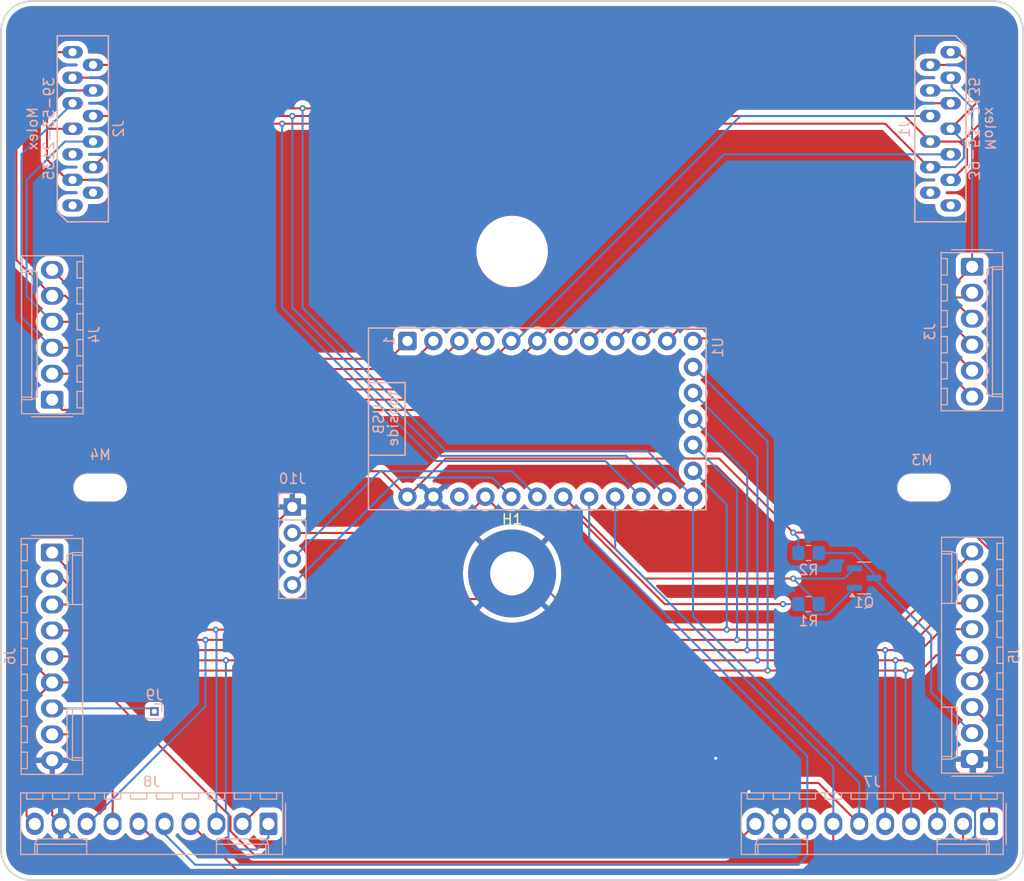
<source format=kicad_pcb>
(kicad_pcb (version 20241229) (generator "pcbnew") (generator_version "9.0")
  (layers (0 "F.Cu" signal) (2 "B.Cu" signal) (13 "F.Paste" user) (15 "B.Paste" user) (5 "F.SilkS" user "F.Silkscreen") (7 "B.SilkS" user "B.Silkscreen") (1 "F.Mask" user) (3 "B.Mask" user) (25 "Edge.Cuts" user))
  (net 0 "")
  (net 1 "GND")
  (net 2 "/COL_4")
  (net 3 "/COL_3")
  (net 4 "/COL_5")
  (net 5 "/ROW_5")
  (net 6 "/ROW_4")
  (net 7 "/COL_2")
  (net 8 "/COL_1")
  (net 9 "/ROW_6")
  (net 10 "/ROW_F2")
  (net 11 "/ROW_3")
  (net 12 "/ROW_2")
  (net 13 "/ROW_1")
  (net 14 "/COL_6")
  (net 15 "+5V")
  (net 16 "/ROW_F1")
  (net 22 "/COL_14")
  (net 23 "/DIN_KEY_LEFT")
  (net 24 "/COL_13")
  (net 25 "/DIN_THUMB_LEFT")
  (net 26 "/DIN_THUMB_RIGHT")
  (net 27 "/DOUT_KEY_LEFT")
  (net 28 "/DIN_KEY_RIGHT")
  (net 29 "/COL_8")
  (net 30 "/COL_10")
  (net 31 "/COL_7")
  (net 32 "/COL_11")
  (net 33 "/COL_9")
  (net 34 "/COL_12")
  (net 35 "+3V3")
  (net 36 "/SDA0")
  (net 37 "/DOUT_KEY_3V3")
  (net 39 "/SCL0")
  (footprint "MountingHole:MountingHole_4.3mm_M4_Pad" (layer "F.Cu") (at 119 115.5)
    (property "Reference" "H1" (at 0 -5.3 0) (layer "F.SilkS"))
    (property "Value" "mounting pad")
    (pad "1" thru_hole circle (at 0 0) (size 8.6 8.6) (drill 4.3) (layers "*.Cu" "*.Mask") (net 1 "GND"))
  )
  (footprint "Connector_Molex:Molex_KK-254_AE-6410-10A_1x10_P2.54mm_Vertical" (layer "B.Cu") (at 95.16 140 180)
    (property "Reference" "J8" (at 11.43 4.12 0) (layer "B.SilkS") (effects (justify mirror)))
    (property "Value" "Conn_01x10_Pin")
    (pad "1" thru_hole roundrect (at 0 0 180) (size 1.74 2.19) (drill 1.19) (layers "*.Cu" "*.Mask") (roundrect_rratio 0.143678) (net 12 "/ROW_2"))
    (pad "2" thru_hole oval (at 2.54 0 180) (size 1.74 2.19) (drill 1.19) (layers "*.Cu" "*.Mask") (net 9 "/ROW_6"))
    (pad "3" thru_hole oval (at 5.08 0 180) (size 1.74 2.19) (drill 1.19) (layers "*.Cu" "*.Mask") (net 5 "/ROW_5"))
    (pad "4" thru_hole oval (at 7.62 0 180) (size 1.74 2.19) (drill 1.19) (layers "*.Cu" "*.Mask") (net 24 "/COL_13"))
    (pad "5" thru_hole oval (at 10.16 0 180) (size 1.74 2.19) (drill 1.19) (layers "*.Cu" "*.Mask") (net 22 "/COL_14"))
    (pad "6" thru_hole oval (at 12.7 0 180) (size 1.74 2.19) (drill 1.19) (layers "*.Cu" "*.Mask") (net 25 "/DIN_THUMB_LEFT"))
    (pad "7" thru_hole oval (at 15.24 0 180) (size 1.74 2.19) (drill 1.19) (layers "*.Cu" "*.Mask") (net 23 "/DIN_KEY_LEFT"))
    (pad "8" thru_hole oval (at 17.78 0 180) (size 1.74 2.19) (drill 1.19) (layers "*.Cu" "*.Mask") (net 6 "/ROW_4"))
    (pad "9" thru_hole oval (at 20.32 0 180) (size 1.74 2.19) (drill 1.19) (layers "*.Cu" "*.Mask") (net 1 "GND"))
    (pad "10" thru_hole oval (at 22.86 0 180) (size 1.74 2.19) (drill 1.19) (layers "*.Cu" "*.Mask") (net 15 "+5V"))
  )
  (footprint "Connector_PinSocket_2.54mm:PinSocket_1x04_P2.54mm_Vertical" (layer "B.Cu") (at 97.5 109 180)
    (property "Reference" "J10" (at 0 2.77 0) (layer "B.SilkS") (effects (justify mirror)))
    (property "Value" "Conn_01x04")
    (pad "1" thru_hole rect (at 0 0 180) (size 1.7 1.7) (drill 1) (layers "*.Cu" "*.Mask") (net 1 "GND"))
    (pad "2" thru_hole circle (at 0 -2.54 180) (size 1.7 1.7) (drill 1) (layers "*.Cu" "*.Mask") (net 35 "+3V3"))
    (pad "3" thru_hole circle (at 0 -5.08 180) (size 1.7 1.7) (drill 1) (layers "*.Cu" "*.Mask") (net 36 "/SDA0"))
    (pad "4" thru_hole circle (at 0 -7.62 180) (size 1.7 1.7) (drill 1) (layers "*.Cu" "*.Mask") (net 39 "/SCL0"))
  )
  (footprint "Connector_Molex:Molex_KK-254_AE-6410-09A_1x09_P2.54mm_Vertical" (layer "B.Cu") (at 164 133.66 90)
    (property "Reference" "J5" (at 10.16 4.12 270) (layer "B.SilkS") (effects (justify mirror)))
    (property "Value" "Conn_01x09")
    (pad "1" thru_hole roundrect (at 0 0 90) (size 1.74 2.19) (drill 1.19) (layers "*.Cu" "*.Mask") (roundrect_rratio 0.143678) (net 1 "GND"))
    (pad "2" thru_hole oval (at 2.54 0 90) (size 1.74 2.19) (drill 1.19) (layers "*.Cu" "*.Mask") (net 28 "/DIN_KEY_RIGHT"))
    (pad "3" thru_hole oval (at 5.08 0 90) (size 1.74 2.19) (drill 1.19) (layers "*.Cu" "*.Mask") (net 26 "/DIN_THUMB_RIGHT"))
    (pad "4" thru_hole oval (at 7.62 0 90) (size 1.74 2.19) (drill 1.19) (layers "*.Cu" "*.Mask") (net 15 "+5V"))
    (pad "5" thru_hole oval (at 10.16 0 90) (size 1.74 2.19) (drill 1.19) (layers "*.Cu" "*.Mask") (net 13 "/ROW_1"))
    (pad "6" thru_hole oval (at 12.7 0 90) (size 1.74 2.19) (drill 1.19) (layers "*.Cu" "*.Mask") (net 12 "/ROW_2"))
    (pad "7" thru_hole oval (at 15.24 0 90) (size 1.74 2.19) (drill 1.19) (layers "*.Cu" "*.Mask") (net 11 "/ROW_3"))
    (pad "8" thru_hole oval (at 17.78 0 90) (size 1.74 2.19) (drill 1.19) (layers "*.Cu" "*.Mask") (net 6 "/ROW_4"))
    (pad "9" thru_hole oval (at 20.32 0 90) (size 1.74 2.19) (drill 1.19) (layers "*.Cu" "*.Mask") (net 5 "/ROW_5"))
  )
  (footprint "Connector_Molex:Molex_KK-254_AE-6410-06A_1x06_P2.54mm_Vertical" (layer "B.Cu") (at 74 98.5 90)
    (property "Reference" "J4" (at 6.35 4.12 270) (layer "B.SilkS") (effects (justify mirror)))
    (property "Value" "Conn_01x06_Pin")
    (pad "1" thru_hole roundrect (at 0 0 90) (size 1.74 2.19) (drill 1.19) (layers "*.Cu" "*.Mask") (roundrect_rratio 0.143678) (net 14 "/COL_6"))
    (pad "2" thru_hole oval (at 2.54 0 90) (size 1.74 2.19) (drill 1.19) (layers "*.Cu" "*.Mask") (net 4 "/COL_5"))
    (pad "3" thru_hole oval (at 5.08 0 90) (size 1.74 2.19) (drill 1.19) (layers "*.Cu" "*.Mask") (net 2 "/COL_4"))
    (pad "4" thru_hole oval (at 7.62 0 90) (size 1.74 2.19) (drill 1.19) (layers "*.Cu" "*.Mask") (net 3 "/COL_3"))
    (pad "5" thru_hole oval (at 10.16 0 90) (size 1.74 2.19) (drill 1.19) (layers "*.Cu" "*.Mask") (net 7 "/COL_2"))
    (pad "6" thru_hole oval (at 12.7 0 90) (size 1.74 2.19) (drill 1.19) (layers "*.Cu" "*.Mask") (net 8 "/COL_1"))
  )
  (footprint "Mounting_Holes:MountingHole_6.4mm_M6" (layer "B.Cu") (at 119 84)
    (property "Reference" "M1" (hide yes))
    (property "Value" "MountingHole_6.4mm_M6")
    (pad "" np_thru_hole circle (at 0 0) (size 6.5 6.5) (drill 6.5) (layers "*.Cu" "*.Mask"))
  )
  (footprint "Resistor_SMD:R_0805_2012Metric_Pad1.20x1.40mm_HandSolder" (layer "B.Cu") (at 148 118.5)
    (property "Reference" "R1" (at 0 1.65 0) (layer "B.SilkS") (effects (justify mirror)))
    (property "Value" "10K")
    (pad "1" smd roundrect (at -1 0) (size 1.2 1.4) (layers "B.Cu" "B.Mask" "B.Paste") (roundrect_rratio 0.208333) (net 35 "+3V3"))
    (pad "2" smd roundrect (at 1 0) (size 1.2 1.4) (layers "B.Cu" "B.Mask" "B.Paste") (roundrect_rratio 0.208333) (net 37 "/DOUT_KEY_3V3"))
  )
  (footprint "Connector_PinHeader_1.00mm:PinHeader_1x01_P1.00mm_Vertical" (layer "B.Cu") (at 84 129 180)
    (property "Reference" "J9" (at 0 1.61 0) (layer "B.SilkS") (effects (justify mirror)))
    (property "Value" "Conn_01x01")
    (pad "1" thru_hole rect (at 0 0 180) (size 0.85 0.85) (drill 0.5) (layers "*.Cu" "*.Mask") (net 27 "/DOUT_KEY_LEFT"))
  )
  (footprint "Resistor_SMD:R_0805_2012Metric_Pad1.20x1.40mm_HandSolder" (layer "B.Cu") (at 148 113.5)
    (property "Reference" "R2" (at 0 1.65 0) (layer "B.SilkS") (effects (justify mirror)))
    (property "Value" "10K")
    (pad "1" smd roundrect (at -1 0) (size 1.2 1.4) (layers "B.Cu" "B.Mask" "B.Paste") (roundrect_rratio 0.208333) (net 15 "+5V"))
    (pad "2" smd roundrect (at 1 0) (size 1.2 1.4) (layers "B.Cu" "B.Mask" "B.Paste") (roundrect_rratio 0.208333) (net 28 "/DIN_KEY_RIGHT"))
  )
  (footprint "rgbmain:Molex_0039532135" (layer "B.Cu") (at 77 72 90)
    (property "Reference" "J2" (at 0 3.5 270) (layer "B.SilkS") (effects (justify mirror)))
    (property "Value" "Conn_01x13")
    (pad "1" thru_hole oval (at -7.5 -1 90) (size 1.2 2) (drill 0.8) (layers "*.Cu" "*.Mask"))
    (pad "2" thru_hole oval (at -6.25 1 90) (size 1.2 2) (drill 0.8) (layers "*.Cu" "*.Mask"))
    (pad "3" thru_hole oval (at -5 -1 90) (size 1.2 2) (drill 0.8) (layers "*.Cu" "*.Mask") (net 10 "/ROW_F2"))
    (pad "4" thru_hole oval (at -3.75 1 90) (size 1.2 2) (drill 0.8) (layers "*.Cu" "*.Mask") (net 16 "/ROW_F1"))
    (pad "5" thru_hole oval (at -2.5 -1 90) (size 1.2 2) (drill 0.8) (layers "*.Cu" "*.Mask"))
    (pad "6" thru_hole oval (at -1.25 1 90) (size 1.2 2) (drill 0.8) (layers "*.Cu" "*.Mask") (net 3 "/COL_3"))
    (pad "7" thru_hole oval (at 0 -1 90) (size 1.2 2) (drill 0.8) (layers "*.Cu" "*.Mask") (net 10 "/ROW_F2"))
    (pad "8" thru_hole oval (at 1.25 1 90) (size 1.2 2) (drill 0.8) (layers "*.Cu" "*.Mask") (net 16 "/ROW_F1"))
    (pad "9" thru_hole oval (at 2.5 -1 90) (size 1.2 2) (drill 0.8) (layers "*.Cu" "*.Mask") (net 2 "/COL_4"))
    (pad "10" thru_hole oval (at 3.75 1 90) (size 1.2 2) (drill 0.8) (layers "*.Cu" "*.Mask") (net 10 "/ROW_F2"))
    (pad "11" thru_hole oval (at 5 -1 90) (size 1.2 2) (drill 0.8) (layers "*.Cu" "*.Mask") (net 16 "/ROW_F1"))
    (pad "12" thru_hole oval (at 6.25 1 90) (size 1.2 2) (drill 0.8) (layers "*.Cu" "*.Mask") (net 9 "/ROW_6"))
    (pad "13" thru_hole oval (at 7.5 -1 90) (size 1.2 2) (drill 0.8) (layers "*.Cu" "*.Mask") (net 7 "/COL_2"))
  )
  (footprint "MountingHole:MountingHole_4.3mm_M4" (layer "B.Cu") (at 159.3 107.1)
    (property "Reference" "M3" (at -0.2 -2.7 0) (layer "B.SilkS") (effects (justify mirror)))
    (property "Value" "MountingHole_4.3mm_M4")
    (pad "" np_thru_hole oval (at 0 0) (size 4.75 2.25) (drill oval 4.75 2.25) (layers "*.Cu" "*.Mask"))
  )
  (footprint "Connector_Molex:Molex_KK-254_AE-6410-10A_1x10_P2.54mm_Vertical" (layer "B.Cu") (at 165.66 140 180)
    (property "Reference" "J7" (at 11.43 4.12 0) (layer "B.SilkS") (effects (justify mirror)))
    (property "Value" "Conn_01x10_Pin")
    (pad "1" thru_hole roundrect (at 0 0 180) (size 1.74 2.19) (drill 1.19) (layers "*.Cu" "*.Mask") (roundrect_rratio 0.143678) (net 26 "/DIN_THUMB_RIGHT"))
    (pad "2" thru_hole oval (at 2.54 0 180) (size 1.74 2.19) (drill 1.19) (layers "*.Cu" "*.Mask") (net 25 "/DIN_THUMB_LEFT"))
    (pad "3" thru_hole oval (at 5.08 0 180) (size 1.74 2.19) (drill 1.19) (layers "*.Cu" "*.Mask") (net 13 "/ROW_1"))
    (pad "4" thru_hole oval (at 7.62 0 180) (size 1.74 2.19) (drill 1.19) (layers "*.Cu" "*.Mask") (net 12 "/ROW_2"))
    (pad "5" thru_hole oval (at 10.16 0 180) (size 1.74 2.19) (drill 1.19) (layers "*.Cu" "*.Mask") (net 11 "/ROW_3"))
    (pad "6" thru_hole oval (at 12.7 0 180) (size 1.74 2.19) (drill 1.19) (layers "*.Cu" "*.Mask") (net 9 "/ROW_6"))
    (pad "7" thru_hole oval (at 15.24 0 180) (size 1.74 2.19) (drill 1.19) (layers "*.Cu" "*.Mask") (net 24 "/COL_13"))
    (pad "8" thru_hole oval (at 17.78 0 180) (size 1.74 2.19) (drill 1.19) (layers "*.Cu" "*.Mask") (net 22 "/COL_14"))
    (pad "9" thru_hole oval (at 20.32 0 180) (size 1.74 2.19) (drill 1.19) (layers "*.Cu" "*.Mask") (net 1 "GND"))
    (pad "10" thru_hole oval (at 22.86 0 180) (size 1.74 2.19) (drill 1.19) (layers "*.Cu" "*.Mask") (net 15 "+5V"))
  )
  (footprint "Package_TO_SOT_SMD:SOT-23" (layer "B.Cu") (at 153.4375 115.95)
    (property "Reference" "Q1" (at 0 2.4 0) (layer "B.SilkS") (effects (justify mirror)))
    (property "Value" "BSS138")
    (pad "1" smd roundrect (at -0.9375 0.95) (size 1.475 0.6) (layers "B.Cu" "B.Mask" "B.Paste") (net 35 "+3V3"))
    (pad "2" smd roundrect (at -0.9375 -0.95) (size 1.475 0.6) (layers "B.Cu" "B.Mask" "B.Paste") (net 37 "/DOUT_KEY_3V3"))
    (pad "3" smd roundrect (at 0.9375 0) (size 1.475 0.6) (layers "B.Cu" "B.Mask" "B.Paste") (net 28 "/DIN_KEY_RIGHT"))
  )
  (footprint "MountingHole:MountingHole_4.3mm_M4" (layer "B.Cu") (at 78.7 107.1)
    (property "Reference" "M4" (at 0 -3.2 0) (layer "B.SilkS") (effects (justify mirror)))
    (property "Value" "MountingHole_4.3mm_M4" (hide yes))
    (pad "" np_thru_hole oval (at 0 0) (size 4.75 2.25) (drill oval 4.75 2.25) (layers "*.Cu" "*.Mask"))
  )
  (footprint "rgbmain:ElitePi" (layer "B.Cu") (at 122.73 100.38 -90)
    (property "Reference" "U1" (at -7 -16.4 90) (layer "B.SilkS") (effects (justify mirror)))
    (property "Value" "Elite-Pi")
    (fp_text user "USB" (at 0 16.2 90) (layer "B.SilkS") (effects (justify bottom mirror)))
    (fp_text user "1" (at -7.62 15.17 90) (layer "B.SilkS") (effects (justify bottom mirror)))
    (fp_text user "topside" (at 0 14.8 90) (layer "B.SilkS") (effects (justify bottom mirror)))
    (pad "1" thru_hole roundrect (at -7.62 13.97 270) (size 1.8 1.8) (drill 1) (layers "*.Cu" "F.Mask") (roundrect_rratio 0.1388888889) (net 8 "/COL_1"))
    (pad "2" thru_hole circle (at -7.62 11.43 270) (size 1.8 1.8) (drill 1) (layers "*.Cu" "F.Mask") (net 7 "/COL_2"))
    (pad "3" thru_hole circle (at -7.62 8.89 270) (size 1.8 1.8) (drill 1) (layers "*.Cu" "F.Mask") (net 3 "/COL_3"))
    (pad "4" thru_hole circle (at -7.62 6.35 270) (size 1.8 1.8) (drill 1) (layers "*.Cu" "F.Mask") (net 2 "/COL_4"))
    (pad "5" thru_hole circle (at -7.62 3.81 270) (size 1.8 1.8) (drill 1) (layers "*.Cu" "F.Mask") (net 4 "/COL_5"))
    (pad "6" thru_hole circle (at -7.62 1.27 270) (size 1.8 1.8) (drill 1) (layers "*.Cu" "F.Mask") (net 14 "/COL_6"))
    (pad "7" thru_hole circle (at -7.62 -1.27 270) (size 1.8 1.8) (drill 1) (layers "*.Cu" "F.Mask") (net 31 "/COL_7"))
    (pad "8" thru_hole circle (at -7.62 -3.81 270) (size 1.8 1.8) (drill 1) (layers "*.Cu" "F.Mask") (net 29 "/COL_8"))
    (pad "9" thru_hole circle (at -7.62 -6.35 270) (size 1.8 1.8) (drill 1) (layers "*.Cu" "F.Mask") (net 33 "/COL_9"))
    (pad "10" thru_hole circle (at -7.62 -8.89 270) (size 1.8 1.8) (drill 1) (layers "*.Cu" "F.Mask") (net 30 "/COL_10"))
    (pad "11" thru_hole circle (at -7.62 -11.43 270) (size 1.8 1.8) (drill 1) (layers "*.Cu" "F.Mask") (net 32 "/COL_11"))
    (pad "12" thru_hole circle (at -7.62 -13.97 270) (size 1.8 1.8) (drill 1) (layers "*.Cu" "F.Mask") (net 34 "/COL_12"))
    (pad "13" thru_hole circle (at 7.62 -13.97 270) (size 1.8 1.8) (drill 1) (layers "*.Cu" "F.Mask") (net 9 "/ROW_6"))
    (pad "14" thru_hole circle (at 7.62 -11.43 270) (size 1.8 1.8) (drill 1) (layers "*.Cu" "F.Mask") (net 16 "/ROW_F1"))
    (pad "15" thru_hole circle (at 7.62 -8.89 270) (size 1.8 1.8) (drill 1) (layers "*.Cu" "F.Mask") (net 10 "/ROW_F2"))
    (pad "16" thru_hole circle (at 7.62 -6.35 270) (size 1.8 1.8) (drill 1) (layers "*.Cu" "F.Mask") (net 24 "/COL_13"))
    (pad "17" thru_hole circle (at 7.62 -3.81 270) (size 1.8 1.8) (drill 1) (layers "*.Cu" "F.Mask") (net 22 "/COL_14"))
    (pad "18" thru_hole circle (at 7.62 -1.27 270) (size 1.8 1.8) (drill 1) (layers "*.Cu" "F.Mask") (net 37 "/DOUT_KEY_3V3"))
    (pad "19" thru_hole circle (at 7.62 1.27 270) (size 1.8 1.8) (drill 1) (layers "*.Cu" "F.Mask") (net 36 "/SDA0"))
    (pad "20" thru_hole circle (at 7.62 3.81 270) (size 1.8 1.8) (drill 1) (layers "*.Cu" "F.Mask") (net 39 "/SCL0"))
    (pad "21" thru_hole circle (at 7.62 6.35 270) (size 1.8 1.8) (drill 1) (layers "*.Cu" "F.Mask") (net 35 "+3V3"))
    (pad "22" thru_hole circle (at 7.62 8.89 270) (size 1.8 1.8) (drill 1) (layers "*.Cu" "F.Mask"))
    (pad "23" thru_hole circle (at 7.62 11.43 270) (size 1.8 1.8) (drill 1) (layers "*.Cu" "F.Mask") (net 1 "GND"))
    (pad "24" thru_hole circle (at 7.62 13.97 270) (size 1.8 1.8) (drill 1) (layers "*.Cu" "F.Mask") (net 15 "+5V"))
    (pad "25" thru_hole circle (at -5.08 -13.97 270) (size 1.8 1.8) (drill 1) (layers "*.Cu" "F.Mask") (net 13 "/ROW_1"))
    (pad "26" thru_hole circle (at -2.54 -13.97 270) (size 1.8 1.8) (drill 1) (layers "*.Cu" "F.Mask") (net 12 "/ROW_2"))
    (pad "27" thru_hole circle (at 0 -13.97 270) (size 1.8 1.8) (drill 1) (layers "*.Cu" "F.Mask") (net 11 "/ROW_3"))
    (pad "28" thru_hole circle (at 2.54 -13.97 270) (size 1.8 1.8) (drill 1) (layers "*.Cu" "F.Mask") (net 6 "/ROW_4"))
    (pad "29" thru_hole circle (at 5.08 -13.97 270) (size 1.8 1.8) (drill 1) (layers "*.Cu" "F.Mask") (net 5 "/ROW_5"))
  )
  (footprint "Connector_Molex:Molex_KK-254_AE-6410-09A_1x09_P2.54mm_Vertical" (layer "B.Cu") (at 74 113.46 -90)
    (property "Reference" "J6" (at 10.16 4.12 90) (layer "B.SilkS") (effects (justify mirror)))
    (property "Value" "Conn_01x09_Pin")
    (pad "1" thru_hole roundrect (at 0 0 270) (size 1.74 2.19) (drill 1.19) (layers "*.Cu" "*.Mask") (roundrect_rratio 0.143678) (net 5 "/ROW_5"))
    (pad "2" thru_hole oval (at 2.54 0 270) (size 1.74 2.19) (drill 1.19) (layers "*.Cu" "*.Mask") (net 6 "/ROW_4"))
    (pad "3" thru_hole oval (at 5.08 0 270) (size 1.74 2.19) (drill 1.19) (layers "*.Cu" "*.Mask") (net 11 "/ROW_3"))
    (pad "4" thru_hole oval (at 7.62 0 270) (size 1.74 2.19) (drill 1.19) (layers "*.Cu" "*.Mask") (net 12 "/ROW_2"))
    (pad "5" thru_hole oval (at 10.16 0 270) (size 1.74 2.19) (drill 1.19) (layers "*.Cu" "*.Mask") (net 13 "/ROW_1"))
    (pad "6" thru_hole oval (at 12.7 0 270) (size 1.74 2.19) (drill 1.19) (layers "*.Cu" "*.Mask") (net 15 "+5V"))
    (pad "7" thru_hole oval (at 15.24 0 270) (size 1.74 2.19) (drill 1.19) (layers "*.Cu" "*.Mask") (net 27 "/DOUT_KEY_LEFT"))
    (pad "8" thru_hole oval (at 17.78 0 270) (size 1.74 2.19) (drill 1.19) (layers "*.Cu" "*.Mask") (net 23 "/DIN_KEY_LEFT"))
    (pad "9" thru_hole oval (at 20.32 0 270) (size 1.74 2.19) (drill 1.19) (layers "*.Cu" "*.Mask") (net 1 "GND"))
  )
  (footprint "rgbmain:Molex_0039532135" (layer "B.Cu") (at 160.9 72 -90)
    (property "Reference" "J1" (at 0 3.5 270) (layer "B.SilkS") (effects (justify mirror)))
    (property "Value" "Conn_01x13")
    (pad "1" thru_hole oval (at -7.5 -1 270) (size 1.2 2) (drill 0.8) (layers "*.Cu" "*.Mask") (net 16 "/ROW_F1"))
    (pad "2" thru_hole oval (at -6.25 1 270) (size 1.2 2) (drill 0.8) (layers "*.Cu" "*.Mask") (net 10 "/ROW_F2"))
    (pad "3" thru_hole oval (at -5 -1 270) (size 1.2 2) (drill 0.8) (layers "*.Cu" "*.Mask") (net 31 "/COL_7"))
    (pad "4" thru_hole oval (at -3.75 1 270) (size 1.2 2) (drill 0.8) (layers "*.Cu" "*.Mask") (net 31 "/COL_7"))
    (pad "5" thru_hole oval (at -2.5 -1 270) (size 1.2 2) (drill 0.8) (layers "*.Cu" "*.Mask") (net 9 "/ROW_6"))
    (pad "6" thru_hole oval (at -1.25 1 270) (size 1.2 2) (drill 0.8) (layers "*.Cu" "*.Mask") (net 4 "/COL_5"))
    (pad "7" thru_hole oval (at 0 -1 270) (size 1.2 2) (drill 0.8) (layers "*.Cu" "*.Mask") (net 10 "/ROW_F2"))
    (pad "8" thru_hole oval (at 1.25 1 270) (size 1.2 2) (drill 0.8) (layers "*.Cu" "*.Mask") (net 16 "/ROW_F1"))
    (pad "9" thru_hole oval (at 2.5 -1 270) (size 1.2 2) (drill 0.8) (layers "*.Cu" "*.Mask") (net 14 "/COL_6"))
    (pad "10" thru_hole oval (at 3.75 1 270) (size 1.2 2) (drill 0.8) (layers "*.Cu" "*.Mask") (net 10 "/ROW_F2"))
    (pad "11" thru_hole oval (at 5 -1 270) (size 1.2 2) (drill 0.8) (layers "*.Cu" "*.Mask") (net 16 "/ROW_F1"))
    (pad "12" thru_hole oval (at 6.25 1 270) (size 1.2 2) (drill 0.8) (layers "*.Cu" "*.Mask"))
    (pad "13" thru_hole oval (at 7.5 -1 270) (size 1.2 2) (drill 0.8) (layers "*.Cu" "*.Mask"))
  )
  (footprint "Connector_Molex:Molex_KK-254_AE-6410-06A_1x06_P2.54mm_Vertical" (layer "B.Cu") (at 164 85.5 -90)
    (property "Reference" "J3" (at 6.35 4.12 90) (layer "B.SilkS") (effects (justify mirror)))
    (property "Value" "Conn_01x06")
    (pad "1" thru_hole roundrect (at 0 0 270) (size 1.74 2.19) (drill 1.19) (layers "*.Cu" "*.Mask") (roundrect_rratio 0.143678) (net 31 "/COL_7"))
    (pad "2" thru_hole oval (at 2.54 0 270) (size 1.74 2.19) (drill 1.19) (layers "*.Cu" "*.Mask") (net 29 "/COL_8"))
    (pad "3" thru_hole oval (at 5.08 0 270) (size 1.74 2.19) (drill 1.19) (layers "*.Cu" "*.Mask") (net 33 "/COL_9"))
    (pad "4" thru_hole oval (at 7.62 0 270) (size 1.74 2.19) (drill 1.19) (layers "*.Cu" "*.Mask") (net 30 "/COL_10"))
    (pad "5" thru_hole oval (at 10.16 0 270) (size 1.74 2.19) (drill 1.19) (layers "*.Cu" "*.Mask") (net 32 "/COL_11"))
    (pad "6" thru_hole oval (at 12.7 0 270) (size 1.74 2.19) (drill 1.19) (layers "*.Cu" "*.Mask") (net 34 "/COL_12"))
  )
  (gr_arc (start 72 145.5) (mid 69.87868 144.62132) (end 69 142.5) (stroke (width 0.2)) (layer "Edge.Cuts"))
  (gr_arc (start 166 59.5) (mid 168.12132 60.37868) (end 169 62.5) (stroke (width 0.2)) (layer "Edge.Cuts"))
  (gr_arc (start 169 142.5) (mid 168.12132 144.62132) (end 166 145.5) (stroke (width 0.2)) (layer "Edge.Cuts"))
  (gr_line (start 72 145.5) (end 166 145.5) (stroke (width 0.2)) (layer "Edge.Cuts"))
  (gr_line (start 166 59.5) (end 72 59.5) (stroke (width 0.2)) (layer "Edge.Cuts"))
  (gr_line (start 69 142.5) (end 69 62.5) (stroke (width 0.2)) (layer "Edge.Cuts"))
  (gr_arc (start 69 62.5) (mid 69.87868 60.37868) (end 72 59.5) (stroke (width 0.2)) (layer "Edge.Cuts"))
  (gr_line (start 169 142.5) (end 169 62.5) (stroke (width 0.2)) (layer "Edge.Cuts"))
  (gr_text "Molex\n39-53-2135" (at 164.961 71.984 270) (layer "B.SilkS") (effects (font (size 1 1)) (justify mirror)))
  (gr_text "Molex\n39-53-2135" (at 72.886 71.984 90) (layer "B.SilkS") (effects (font (size 1 1)) (justify mirror)))
  (segment (start 145.34 140) (end 142.17 136.83) (width 0.2) (layer "F.Cu") (net 1))
  (segment (start 116.5 118) (end 119 115.5) (width 0.2) (layer "F.Cu") (net 1))
  (segment (start 94.5 112) (end 94.5 118) (width 0.2) (layer "F.Cu") (net 1))
  (segment (start 111.3 108) (end 108.8 110.5) (width 0.2) (layer "F.Cu") (net 1))
  (segment (start 97.5 109) (end 94.5 112) (width 0.2) (layer "F.Cu") (net 1))
  (segment (start 74 133.78) (end 74 139.16) (width 0.2) (layer "F.Cu") (net 1))
  (segment (start 94.5 118) (end 116.5 118) (width 0.2) (layer "F.Cu") (net 1))
  (segment (start 108.8 110.5) (end 102 110.5) (width 0.2) (layer "F.Cu") (net 1))
  (segment (start 164 133.66) (end 139 133.66) (width 0.2) (layer "F.Cu") (net 1))
  (segment (start 139 133.66) (end 138.92 133.58) (width 0.2) (layer "F.Cu") (net 1))
  (segment (start 100.5 109) (end 97.5 109) (width 0.2) (layer "F.Cu") (net 1))
  (segment (start 74 139.16) (end 74.84 140) (width 0.2) (layer "F.Cu") (net 1))
  (segment (start 102 110.5) (end 100.5 109) (width 0.2) (layer "F.Cu") (net 1))
  (via (at 142.17 136.83) (size 0.6) (drill 0.3) (layers "F.Cu" "B.Cu") (net 1))
  (via (at 138.92 133.58) (size 0.6) (drill 0.3) (layers "F.Cu" "B.Cu") (net 1))
  (segment (start 142.17 136.83) (end 145.34 140) (width 0.2) (layer "B.Cu") (net 1))
  (segment (start 74.84 140) (end 79.34 144.5) (width 0.2) (layer "B.Cu") (net 1))
  (segment (start 138.92 133.58) (end 142.17 136.83) (width 0.2) (layer "B.Cu") (net 1))
  (segment (start 119 115.5) (end 120.84 115.5) (width 0.2) (layer "B.Cu") (net 1))
  (segment (start 162 144.5) (end 164.291 142.209) (width 0.2) (layer "B.Cu") (net 1))
  (segment (start 164.291 142.209) (end 164.291 133.951) (width 0.2) (layer "B.Cu") (net 1))
  (segment (start 120.84 115.5) (end 138.92 133.58) (width 0.2) (layer "B.Cu") (net 1))
  (segment (start 164.291 133.951) (end 164 133.66) (width 0.2) (layer "B.Cu") (net 1))
  (segment (start 79.34 144.5) (end 162 144.5) (width 0.2) (layer "B.Cu") (net 1))
  (segment (start 111.64 97.5) (end 116.38 92.76) (width 0.2) (layer "F.Cu") (net 2))
  (segment (start 82.5 97.5) (end 111.64 97.5) (width 0.2) (layer "F.Cu") (net 2))
  (segment (start 74 93.42) (end 78.42 93.42) (width 0.2) (layer "F.Cu") (net 2))
  (segment (start 78.42 93.42) (end 82.5 97.5) (width 0.2) (layer "F.Cu") (net 2))
  (segment (start 71 74.5) (end 71 90.42) (width 0.2) (layer "B.Cu") (net 2))
  (segment (start 71 90.42) (end 74 93.42) (width 0.2) (layer "B.Cu") (net 2))
  (segment (start 76 69.5) (end 71 74.5) (width 0.2) (layer "B.Cu") (net 2))
  (segment (start 82.405 96.5) (end 110.1 96.5) (width 0.2) (layer "F.Cu") (net 3))
  (segment (start 76.785 90.88) (end 82.405 96.5) (width 0.2) (layer "F.Cu") (net 3))
  (segment (start 74 90.88) (end 76.785 90.88) (width 0.2) (layer "F.Cu") (net 3))
  (segment (start 110.1 96.5) (end 113.84 92.76) (width 0.2) (layer "F.Cu") (net 3))
  (segment (start 71.5 77) (end 71.5 88.38) (width 0.2) (layer "B.Cu") (net 3))
  (segment (start 71.5 88.38) (end 74 90.88) (width 0.2) (layer "B.Cu") (net 3))
  (segment (start 75.25 73.25) (end 71.5 77) (width 0.2) (layer "B.Cu") (net 3))
  (segment (start 78 73.25) (end 75.25 73.25) (width 0.2) (layer "B.Cu") (net 3))
  (segment (start 82.5 98.5) (end 113.18 98.5) (width 0.2) (layer "F.Cu") (net 4))
  (segment (start 113.18 98.5) (end 118.92 92.76) (width 0.2) (layer "F.Cu") (net 4))
  (segment (start 79.96 95.96) (end 82.5 98.5) (width 0.2) (layer "F.Cu") (net 4))
  (segment (start 74 95.96) (end 79.96 95.96) (width 0.2) (layer "F.Cu") (net 4))
  (segment (start 118.92 92.76) (end 119.33 92.76) (width 0.2) (layer "B.Cu") (net 4))
  (segment (start 119.33 92.76) (end 141.34 70.75) (width 0.2) (layer "B.Cu") (net 4))
  (segment (start 141.34 70.75) (end 159.9 70.75) (width 0.2) (layer "B.Cu") (net 4))
  (segment (start 164 113.5) (end 164 113.34) (width 0.2) (layer "F.Cu") (net 5))
  (segment (start 90 121) (end 140 121) (width 0.2) (layer "F.Cu") (net 5))
  (segment (start 81.5 121) (end 90 121) (width 0.2) (layer "F.Cu") (net 5))
  (segment (start 74 113.5) (end 81.5 121) (width 0.2) (layer "F.Cu") (net 5))
  (segment (start 140 121) (end 156.5 121) (width 0.2) (layer "F.Cu") (net 5))
  (segment (start 156.5 121) (end 164 113.5) (width 0.2) (layer "F.Cu") (net 5))
  (segment (start 74 113.46) (end 74 113.5) (width 0.2) (layer "F.Cu") (net 5))
  (via (at 90 121) (size 0.6) (drill 0.3) (layers "F.Cu" "B.Cu") (net 5))
  (via (at 140 121) (size 0.6) (drill 0.3) (layers "F.Cu" "B.Cu") (net 5))
  (segment (start 90.08 140) (end 90.08 121.08) (width 0.2) (layer "B.Cu") (net 5))
  (segment (start 140 108.76) (end 140 121) (width 0.2) (layer "B.Cu") (net 5))
  (segment (start 90.08 121.08) (end 90 121) (width 0.2) (layer "B.Cu") (net 5))
  (segment (start 136.7 105.46) (end 140 108.76) (width 0.2) (layer "B.Cu") (net 5))
  (segment (start 157 122) (end 163.12 115.88) (width 0.2) (layer "F.Cu") (net 6))
  (segment (start 75 116) (end 81 122) (width 0.2) (layer "F.Cu") (net 6))
  (segment (start 163.12 115.88) (end 164 115.88) (width 0.2) (layer "F.Cu") (net 6))
  (segment (start 74 116) (end 75 116) (width 0.2) (layer "F.Cu") (net 6))
  (segment (start 81 122) (end 89 122) (width 0.2) (layer "F.Cu") (net 6))
  (segment (start 89 122) (end 141 122) (width 0.2) (layer "F.Cu") (net 6))
  (segment (start 141 122) (end 157 122) (width 0.2) (layer "F.Cu") (net 6))
  (via (at 141 122) (size 0.6) (drill 0.3) (layers "F.Cu" "B.Cu") (net 6))
  (via (at 89 122) (size 0.6) (drill 0.3) (layers "F.Cu" "B.Cu") (net 6))
  (segment (start 77.5 140) (end 89 128.5) (width 0.2) (layer "B.Cu") (net 6))
  (segment (start 77.38 140) (end 77.5 140) (width 0.2) (layer "B.Cu") (net 6))
  (segment (start 141 107.22) (end 141 122) (width 0.2) (layer "B.Cu") (net 6))
  (segment (start 136.7 102.92) (end 141 107.22) (width 0.2) (layer "B.Cu") (net 6))
  (segment (start 89 128.5) (end 89 122) (width 0.2) (layer "B.Cu") (net 6))
  (segment (start 82.457051 95.5) (end 108.56 95.5) (width 0.2) (layer "F.Cu") (net 7))
  (segment (start 70.5 84.84) (end 74 88.34) (width 0.2) (layer "F.Cu") (net 7))
  (segment (start 73.5 64.5) (end 70.5 67.5) (width 0.2) (layer "F.Cu") (net 7))
  (segment (start 70.5 67.5) (end 70.5 84.84) (width 0.2) (layer "F.Cu") (net 7))
  (segment (start 75.297051 88.34) (end 82.457051 95.5) (width 0.2) (layer "F.Cu") (net 7))
  (segment (start 76 64.5) (end 73.5 64.5) (width 0.2) (layer "F.Cu") (net 7))
  (segment (start 108.56 95.5) (end 111.3 92.76) (width 0.2) (layer "F.Cu") (net 7))
  (segment (start 74 88.34) (end 75.297051 88.34) (width 0.2) (layer "F.Cu") (net 7))
  (segment (start 74 85.8) (end 82.7 94.5) (width 0.2) (layer "F.Cu") (net 8))
  (segment (start 82.7 94.5) (end 107.02 94.5) (width 0.2) (layer "F.Cu") (net 8))
  (segment (start 107.02 94.5) (end 108.76 92.76) (width 0.2) (layer "F.Cu") (net 8))
  (segment (start 152.96 140) (end 148.96 136) (width 0.2) (layer "F.Cu") (net 9))
  (segment (start 161.9 69.5) (end 157.5 69.5) (width 0.2) (layer "F.Cu") (net 9))
  (segment (start 157 70) (end 156.5 70) (width 0.2) (layer "F.Cu") (net 9))
  (segment (start 87.5 70) (end 98.5 70) (width 0.2) (layer "F.Cu") (net 9))
  (segment (start 161.4 70) (end 161.9 69.5) (width 0.2) (layer "F.Cu") (net 9))
  (segment (start 78 65.75) (end 83.25 65.75) (width 0.2) (layer "F.Cu") (net 9))
  (segment (start 96.62 136) (end 92.62 140) (width 0.2) (layer "F.Cu") (net 9))
  (segment (start 83.25 65.75) (end 87.5 70) (width 0.2) (layer "F.Cu") (net 9))
  (segment (start 98.5 70) (end 156.5 70) (width 0.2) (layer "F.Cu") (net 9))
  (segment (start 148.96 136) (end 96.62 136) (width 0.2) (layer "F.Cu") (net 9))
  (segment (start 157.5 69.5) (end 157 70) (width 0.2) (layer "F.Cu") (net 9))
  (via (at 98.5 70) (size 0.6) (drill 0.3) (layers "F.Cu" "B.Cu") (net 9))
  (segment (start 112.5 103.5) (end 98.5 89.5) (width 0.2) (layer "B.Cu") (net 9))
  (segment (start 136.7 108) (end 136.7 119.7) (width 0.2) (layer "B.Cu") (net 9))
  (segment (start 136.7 108) (end 132.2 103.5) (width 0.2) (layer "B.Cu") (net 9))
  (segment (start 132.2 103.5) (end 112.5 103.5) (width 0.2) (layer "B.Cu") (net 9))
  (segment (start 98.5 89.5) (end 98.5 70) (width 0.2) (layer "B.Cu") (net 9))
  (segment (start 152.96 135.96) (end 152.96 140) (width 0.2) (layer "B.Cu") (net 9))
  (segment (start 78 65.75) (end 78.75 65.75) (width 0.2) (layer "B.Cu") (net 9))
  (segment (start 136.7 119.7) (end 152.96 135.96) (width 0.2) (layer "B.Cu") (net 9))
  (segment (start 75.5 77) (end 76 77) (width 0.2) (layer "F.Cu") (net 10))
  (segment (start 73.5 72) (end 73.5 75) (width 0.2) (layer "F.Cu") (net 10))
  (segment (start 76 72) (end 73.5 72) (width 0.2) (layer "F.Cu") (net 10))
  (segment (start 155.5 71.5) (end 159.75 75.75) (width 0.2) (layer "F.Cu") (net 10))
  (segment (start 96.5 71.5) (end 155.5 71.5) (width 0.2) (layer "F.Cu") (net 10))
  (segment (start 159.9 65.75) (end 163.25 65.75) (width 0.2) (layer "F.Cu") (net 10))
  (segment (start 159.75 75.75) (end 159.9 75.75) (width 0.2) (layer "F.Cu") (net 10))
  (segment (start 81 77) (end 86.5 71.5) (width 0.2) (layer "F.Cu") (net 10))
  (segment (start 164.5 69.4) (end 161.9 72) (width 0.2) (layer "F.Cu") (net 10))
  (segment (start 73.5 75) (end 75.5 77) (width 0.2) (layer "F.Cu") (net 10))
  (segment (start 86.5 71.5) (end 96.5 71.5) (width 0.2) (layer "F.Cu") (net 10))
  (segment (start 164.5 67) (end 164.5 69.4) (width 0.2) (layer "F.Cu") (net 10))
  (segment (start 75.25 68.25) (end 73.5 70) (width 0.2) (layer "F.Cu") (net 10))
  (segment (start 78 68.25) (end 75.25 68.25) (width 0.2) (layer "F.Cu") (net 10))
  (segment (start 163.25 65.75) (end 164.5 67) (width 0.2) (layer "F.Cu") (net 10))
  (segment (start 73.5 70) (end 73.5 72) (width 0.2) (layer "F.Cu") (net 10))
  (segment (start 76 77) (end 81 77) (width 0.2) (layer "F.Cu") (net 10))
  (via (at 96.5 71.5) (size 0.6) (drill 0.3) (layers "F.Cu" "B.Cu") (net 10))
  (segment (start 96.5 89.5) (end 96.5 71.5) (width 0.2) (layer "B.Cu") (net 10))
  (segment (start 163.201 73.301) (end 161.9 72) (width 0.2) (layer "B.Cu") (net 10))
  (segment (start 111.5 104.5) (end 96.5 89.5) (width 0.2) (layer "B.Cu") (net 10))
  (segment (start 131.62 108) (end 128.12 104.5) (width 0.2) (layer "B.Cu") (net 10))
  (segment (start 159.9 75.75) (end 162.324206 75.75) (width 0.2) (layer "B.Cu") (net 10))
  (segment (start 163.201 74.873206) (end 163.201 73.301) (width 0.2) (layer "B.Cu") (net 10))
  (segment (start 128.12 104.5) (end 111.5 104.5) (width 0.2) (layer "B.Cu") (net 10))
  (segment (start 162.324206 75.75) (end 163.201 74.873206) (width 0.2) (layer "B.Cu") (net 10))
  (segment (start 76.04 118.54) (end 80.5 123) (width 0.2) (layer "F.Cu") (net 11))
  (segment (start 74 118.54) (end 76.04 118.54) (width 0.2) (layer "F.Cu") (net 11))
  (segment (start 157.5 123) (end 162.08 118.42) (width 0.2) (layer "F.Cu") (net 11))
  (segment (start 162.08 118.42) (end 164 118.42) (width 0.2) (layer "F.Cu") (net 11))
  (segment (start 142 123) (end 155.5 123) (width 0.2) (layer "F.Cu") (net 11))
  (segment (start 155.5 123) (end 157.5 123) (width 0.2) (layer "F.Cu") (net 11))
  (segment (start 80.5 123) (end 142 123) (width 0.2) (layer "F.Cu") (net 11))
  (via (at 142 123) (size 0.6) (drill 0.3) (layers "F.Cu" "B.Cu") (net 11))
  (via (at 155.5 123) (size 0.6) (drill 0.3) (layers "F.Cu" "B.Cu") (net 11))
  (segment (start 155.5 140) (end 155.5 123) (width 0.2) (layer "B.Cu") (net 11))
  (segment (start 136.7 100.38) (end 142 105.68) (width 0.2) (layer "B.Cu") (net 11))
  (segment (start 142 105.68) (end 142 123) (width 0.2) (layer "B.Cu") (net 11))
  (segment (start 91 124) (end 143 124) (width 0.2) (layer "F.Cu") (net 12))
  (segment (start 80.130918 124) (end 91 124) (width 0.2) (layer "F.Cu") (net 12))
  (segment (start 74 121.08) (end 77.210918 121.08) (width 0.2) (layer "F.Cu") (net 12))
  (segment (start 77.210918 121.08) (end 80.130918 124) (width 0.2) (layer "F.Cu") (net 12))
  (segment (start 161.04 120.96) (end 164 120.96) (width 0.2) (layer "F.Cu") (net 12))
  (segment (start 156.5 124) (end 158 124) (width 0.2) (layer "F.Cu") (net 12))
  (segment (start 143 124) (end 156.5 124) (width 0.2) (layer "F.Cu") (net 12))
  (segment (start 158 124) (end 161.04 120.96) (width 0.2) (layer "F.Cu") (net 12))
  (via (at 156.5 124) (size 0.6) (drill 0.3) (layers "F.Cu" "B.Cu") (net 12))
  (via (at 143 124) (size 0.6) (drill 0.3) (layers "F.Cu" "B.Cu") (net 12))
  (via (at 91 124) (size 0.6) (drill 0.3) (layers "F.Cu" "B.Cu") (net 12))
  (segment (start 92 142.5) (end 91.251 141.751) (width 0.2) (layer "B.Cu") (net 12))
  (segment (start 95.16 141.34) (end 94 142.5) (width 0.2) (layer "B.Cu") (net 12))
  (segment (start 95.16 140) (end 95.16 141.34) (width 0.2) (layer "B.Cu") (net 12))
  (segment (start 136.7 97.84) (end 143 104.14) (width 0.2) (layer "B.Cu") (net 12))
  (segment (start 91.251 141.751) (end 91.251 139) (width 0.2) (layer "B.Cu") (net 12))
  (segment (start 156.5 135.5) (end 156.5 124) (width 0.2) (layer "B.Cu") (net 12))
  (segment (start 91.251 139) (end 91 138.749) (width 0.2) (layer "B.Cu") (net 12))
  (segment (start 91 138.749) (end 91 124) (width 0.2) (layer "B.Cu") (net 12))
  (segment (start 158.04 137.04) (end 156.5 135.5) (width 0.2) (layer "B.Cu") (net 12))
  (segment (start 94 142.5) (end 92 142.5) (width 0.2) (layer "B.Cu") (net 12))
  (segment (start 158.04 140) (end 158.04 137.04) (width 0.2) (layer "B.Cu") (net 12))
  (segment (start 143 104.14) (end 143 124) (width 0.2) (layer "B.Cu") (net 12))
  (segment (start 74 123.62) (end 78.12 123.62) (width 0.2) (layer "F.Cu") (net 13))
  (segment (start 160.5 123.5) (end 164 123.5) (width 0.2) (layer "F.Cu") (net 13))
  (segment (start 144 125) (end 157.5 125) (width 0.2) (layer "F.Cu") (net 13))
  (segment (start 157.5 125) (end 159 125) (width 0.2) (layer "F.Cu") (net 13))
  (segment (start 79.5 125) (end 144 125) (width 0.2) (layer "F.Cu") (net 13))
  (segment (start 159 125) (end 160.5 123.5) (width 0.2) (layer "F.Cu") (net 13))
  (segment (start 78.12 123.62) (end 79.5 125) (width 0.2) (layer "F.Cu") (net 13))
  (via (at 157.5 125) (size 0.6) (drill 0.3) (layers "F.Cu" "B.Cu") (net 13))
  (via (at 144 125) (size 0.6) (drill 0.3) (layers "F.Cu" "B.Cu") (net 13))
  (segment (start 157.5 135) (end 157.5 125) (width 0.2) (layer "B.Cu") (net 13))
  (segment (start 136.7 95.3) (end 144 102.6) (width 0.2) (layer "B.Cu") (net 13))
  (segment (start 160.58 138.08) (end 157.5 135) (width 0.2) (layer "B.Cu") (net 13))
  (segment (start 160.58 140) (end 160.58 138.08) (width 0.2) (layer "B.Cu") (net 13))
  (segment (start 144 102.6) (end 144 125) (width 0.2) (layer "B.Cu") (net 13))
  (segment (start 74 98.5) (end 75 99.5) (width 0.2) (layer "F.Cu") (net 14))
  (segment (start 114.72 99.5) (end 121.46 92.76) (width 0.2) (layer "F.Cu") (net 14))
  (segment (start 75 99.5) (end 114.72 99.5) (width 0.2) (layer "F.Cu") (net 14))
  (segment (start 121.46 92.76) (end 139.72 74.5) (width 0.2) (layer "B.Cu") (net 14))
  (segment (start 139.72 74.5) (end 161.9 74.5) (width 0.2) (layer "B.Cu") (net 14))
  (segment (start 91.449 139.289956) (end 91.449 140.710044) (width 0.2) (layer "F.Cu") (net 15))
  (segment (start 71 123.16) (end 74 126.16) (width 0.2) (layer "F.Cu") (net 15))
  (segment (start 164.041044 111.5) (end 166.5 113.958956) (width 0.2) (layer "F.Cu") (net 15))
  (segment (start 166.5 123.54) (end 164 126.04) (width 0.2) (layer "F.Cu") (net 15))
  (segment (start 146.5 111.5) (end 164.041044 111.5) (width 0.2) (layer "F.Cu") (net 15))
  (segment (start 71.5 128.66) (end 71.5 139.2) (width 0.2) (layer "F.Cu") (net 15))
  (segment (start 112.501 104.259) (end 139.259 104.259) (width 0.2) (layer "F.Cu") (net 15))
  (segment (start 74 126.16) (end 71.5 128.66) (width 0.2) (layer "F.Cu") (net 15))
  (segment (start 91.449 140.710044) (end 93.738956 143) (width 0.2) (layer "F.Cu") (net 15))
  (segment (start 93.738956 143) (end 139.8 143) (width 0.2) (layer "F.Cu") (net 15))
  (segment (start 71 112.5) (end 71 123.16) (width 0.2) (layer "F.Cu") (net 15))
  (segment (start 74 126.16) (end 78.319044 126.16) (width 0.2) (layer "F.Cu") (net 15))
  (segment (start 72 111.5) (end 71 112.5) (width 0.2) (layer "F.Cu") (net 15))
  (segment (start 91 105.5) (end 85 111.5) (width 0.2) (layer "F.Cu") (net 15))
  (segment (start 85 111.5) (end 72 111.5) (width 0.2) (layer "F.Cu") (net 15))
  (segment (start 78.319044 126.16) (end 91.449 139.289956) (width 0.2) (layer "F.Cu") (net 15))
  (segment (start 139.259 104.259) (end 146.5 111.5) (width 0.2) (layer "F.Cu") (net 15))
  (segment (start 71.5 139.2) (end 72.3 140) (width 0.2) (layer "F.Cu") (net 15))
  (segment (start 166.5 113.958956) (end 166.5 123.54) (width 0.2) (layer "F.Cu") (net 15))
  (segment (start 106.26 105.5) (end 91 105.5) (width 0.2) (layer "F.Cu") (net 15))
  (segment (start 108.76 108) (end 106.26 105.5) (width 0.2) (layer "F.Cu") (net 15))
  (segment (start 139.8 143) (end 142.8 140) (width 0.2) (layer "F.Cu") (net 15))
  (segment (start 108.76 108) (end 112.501 104.259) (width 0.2) (layer "F.Cu") (net 15))
  (via (at 146.5 111.5) (size 0.6) (drill 0.3) (layers "F.Cu" "B.Cu") (net 15))
  (segment (start 147 112) (end 146.5 111.5) (width 0.2) (layer "B.Cu") (net 15))
  (segment (start 147 113.5) (end 147 112) (width 0.2) (layer "B.Cu") (net 15))
  (segment (start 76 67) (end 79.75 67) (width 0.2) (layer "F.Cu") (net 16))
  (segment (start 163.5 75.5) (end 162 77) (width 0.2) (layer "F.Cu") (net 16))
  (segment (start 78 70.75) (end 85.5 70.75) (width 0.2) (layer "F.Cu") (net 16))
  (segment (start 164.901 66.8339) (end 164.901 71.371206) (width 0.2) (layer "F.Cu") (net 16))
  (segment (start 78 75.75) (end 83 70.75) (width 0.2) (layer "F.Cu") (net 16))
  (segment (start 163.022206 73.25) (end 159.9 73.25) (width 0.2) (layer "F.Cu") (net 16))
  (segment (start 85.5 70.75) (end 97.5 70.75) (width 0.2) (layer "F.Cu") (net 16))
  (segment (start 97.5 70.75) (end 157.4 70.75) (width 0.2) (layer "F.Cu") (net 16))
  (segment (start 159.9 73.25) (end 162.75 73.25) (width 0.2) (layer "F.Cu") (net 16))
  (segment (start 157.4 70.75) (end 159.9 73.25) (width 0.2) (layer "F.Cu") (net 16))
  (segment (start 83 70.75) (end 83.5 70.75) (width 0.2) (layer "F.Cu") (net 16))
  (segment (start 164.901 71.371206) (end 163.022206 73.25) (width 0.2) (layer "F.Cu") (net 16))
  (segment (start 79.75 67) (end 83.5 70.75) (width 0.2) (layer "F.Cu") (net 16))
  (segment (start 161.9 64.5) (end 162.5671 64.5) (width 0.2) (layer "F.Cu") (net 16))
  (segment (start 162 77) (end 161.9 77) (width 0.2) (layer "F.Cu") (net 16))
  (segment (start 83.5 70.75) (end 85.5 70.75) (width 0.2) (layer "F.Cu") (net 16))
  (segment (start 162.5671 64.5) (end 164.901 66.8339) (width 0.2) (layer "F.Cu") (net 16))
  (segment (start 163.5 74) (end 163.5 75.5) (width 0.2) (layer "F.Cu") (net 16))
  (segment (start 162.75 73.25) (end 163.5 74) (width 0.2) (layer "F.Cu") (net 16))
  (via (at 97.5 70.75) (size 0.6) (drill 0.3) (layers "F.Cu" "B.Cu") (net 16))
  (segment (start 97.5 89.5) (end 97.5 70.75) (width 0.2) (layer "B.Cu") (net 16))
  (segment (start 130.16 104) (end 112 104) (width 0.2) (layer "B.Cu") (net 16))
  (segment (start 112 104) (end 97.5 89.5) (width 0.2) (layer "B.Cu") (net 16))
  (segment (start 134.16 108) (end 130.16 104) (width 0.2) (layer "B.Cu") (net 16))
  (segment (start 126.54 112.04) (end 147.88 133.38) (width 0.2) (layer "B.Cu") (net 22))
  (segment (start 147 144) (end 147.88 143.12) (width 0.2) (layer "B.Cu") (net 22))
  (segment (start 88 144) (end 147 144) (width 0.2) (layer "B.Cu") (net 22))
  (segment (start 147.88 133.38) (end 147.88 140) (width 0.2) (layer "B.Cu") (net 22))
  (segment (start 85 140) (end 85 141) (width 0.2) (layer "B.Cu") (net 22))
  (segment (start 85 141) (end 88 144) (width 0.2) (layer "B.Cu") (net 22))
  (segment (start 126.54 108) (end 126.54 112.04) (width 0.2) (layer "B.Cu") (net 22))
  (segment (start 147.88 143.12) (end 147.88 140) (width 0.2) (layer "B.Cu") (net 22))
  (segment (start 79.92 134.92) (end 79.92 140) (width 0.2) (layer "F.Cu") (net 23))
  (segment (start 74 131.24) (end 76.24 131.24) (width 0.2) (layer "F.Cu") (net 23))
  (segment (start 76.24 131.24) (end 79.92 134.92) (width 0.2) (layer "F.Cu") (net 23))
  (segment (start 87.54 140) (end 92.038 144.498) (width 0.2) (layer "F.Cu") (net 24))
  (segment (start 92.038 144.498) (end 148.502 144.498) (width 0.2) (layer "F.Cu") (net 24))
  (segment (start 150.42 142.58) (end 150.42 140) (width 0.2) (layer "F.Cu") (net 24))
  (segment (start 148.502 144.498) (end 150.42 142.58) (width 0.2) (layer "F.Cu") (net 24))
  (segment (start 129.08 113.08) (end 150.42 134.42) (width 0.2) (layer "B.Cu") (net 24))
  (segment (start 150.42 134.42) (end 150.42 140) (width 0.2) (layer "B.Cu") (net 24))
  (segment (start 129.08 108) (end 129.08 113.08) (width 0.2) (layer "B.Cu") (net 24))
  (segment (start 160.101 144.899) (end 87.359 144.899) (width 0.2) (layer "F.Cu") (net 25))
  (segment (start 87.359 144.899) (end 82.46 140) (width 0.2) (layer "F.Cu") (net 25))
  (segment (start 163.12 140) (end 163.12 141.88) (width 0.2) (layer "F.Cu") (net 25))
  (segment (start 163.12 141.88) (end 160.101 144.899) (width 0.2) (layer "F.Cu") (net 25))
  (segment (start 165.66 130.24) (end 165.66 140) (width 0.2) (layer "F.Cu") (net 26))
  (segment (start 164 128.58) (end 165.66 130.24) (width 0.2) (layer "F.Cu") (net 26))
  (segment (start 83.7 128.7) (end 84 129) (width 0.2) (layer "F.Cu") (net 27))
  (segment (start 83.7 128.7) (end 84 129) (width 0.2) (layer "B.Cu") (net 27))
  (segment (start 74 128.7) (end 83.7 128.7) (width 0.2) (layer "B.Cu") (net 27))
  (segment (start 149 113.5) (end 152.379468 113.5) (width 0.2) (layer "B.Cu") (net 28))
  (segment (start 152.379468 113.5) (end 154.375 115.495532) (width 0.2) (layer "B.Cu") (net 28))
  (segment (start 154.375 115.95) (end 160 121.575) (width 0.2) (layer "B.Cu") (net 28))
  (segment (start 160 121.575) (end 160 127.12) (width 0.2) (layer "B.Cu") (net 28))
  (segment (start 160 127.12) (end 164 131.12) (width 0.2) (layer "B.Cu") (net 28))
  (segment (start 154.375 115.495532) (end 154.375 115.95) (width 0.2) (layer "B.Cu") (net 28))
  (segment (start 130.8 88.5) (end 126.54 92.76) (width 0.2) (layer "F.Cu") (net 29))
  (segment (start 164 88.04) (end 163.54 88.5) (width 0.2) (layer "F.Cu") (net 29))
  (segment (start 163.54 88.5) (end 130.8 88.5) (width 0.2) (layer "F.Cu") (net 29))
  (segment (start 161.38 90.5) (end 133.88 90.5) (width 0.2) (layer "F.Cu") (net 30))
  (segment (start 133.88 90.5) (end 131.62 92.76) (width 0.2) (layer "F.Cu") (net 30))
  (segment (start 164 93.12) (end 161.38 90.5) (width 0.2) (layer "F.Cu") (net 30))
  (segment (start 164 85.5) (end 162 87.5) (width 0.2) (layer "F.Cu") (net 31))
  (segment (start 129.26 87.5) (end 124 92.76) (width 0.2) (layer "F.Cu") (net 31))
  (segment (start 162 87.5) (end 129.26 87.5) (width 0.2) (layer "F.Cu") (net 31))
  (segment (start 164 69.925794) (end 162.324206 68.25) (width 0.2) (layer "B.Cu") (net 31))
  (segment (start 164 85.5) (end 164 69.925794) (width 0.2) (layer "B.Cu") (net 31))
  (segment (start 162 67.925794) (end 162.324206 68.25) (width 0.2) (layer "B.Cu") (net 31))
  (segment (start 161.9 67) (end 162 67) (width 0.2) (layer "B.Cu") (net 31))
  (segment (start 162.324206 68.25) (end 159.9 68.25) (width 0.2) (layer "B.Cu") (net 31))
  (segment (start 162 67) (end 162 67.925794) (width 0.2) (layer "B.Cu") (net 31))
  (segment (start 159.899 91.559) (end 135.361 91.559) (width 0.2) (layer "F.Cu") (net 32))
  (segment (start 135.361 91.559) (end 134.16 92.76) (width 0.2) (layer "F.Cu") (net 32))
  (segment (start 164 95.66) (end 159.899 91.559) (width 0.2) (layer "F.Cu") (net 32))
  (segment (start 162.92 89.5) (end 132.34 89.5) (width 0.2) (layer "F.Cu") (net 33))
  (segment (start 132.34 89.5) (end 129.08 92.76) (width 0.2) (layer "F.Cu") (net 33))
  (segment (start 164 90.58) (end 162.92 89.5) (width 0.2) (layer "F.Cu") (net 33))
  (segment (start 158.3 92.5) (end 136.96 92.5) (width 0.2) (layer "F.Cu") (net 34))
  (segment (start 136.96 92.5) (end 136.7 92.76) (width 0.2) (layer "F.Cu") (net 34))
  (segment (start 164 98.2) (end 158.3 92.5) (width 0.2) (layer "F.Cu") (net 34))
  (segment (start 133.9329 118.5) (end 145.5 118.5) (width 0.2) (layer "F.Cu") (net 35))
  (segment (start 112.84 111.54) (end 97.5 111.54) (width 0.2) (layer "F.Cu") (net 35))
  (segment (start 116.38 108) (end 117.88 109.5) (width 0.2) (layer "F.Cu") (net 35))
  (segment (start 116.38 108) (end 112.84 111.54) (width 0.2) (layer "F.Cu") (net 35))
  (segment (start 124.9329 109.5) (end 133.9329 118.5) (width 0.2) (layer "F.Cu") (net 35))
  (segment (start 117.88 109.5) (end 124.9329 109.5) (width 0.2) (layer "F.Cu") (net 35))
  (via (at 145.5 118.5) (size 0.6) (drill 0.3) (layers "F.Cu" "B.Cu") (net 35))
  (segment (start 149.899 119.501) (end 148.001 119.501) (width 0.2) (layer "B.Cu") (net 35))
  (segment (start 148.001 119.501) (end 147 118.5) (width 0.2) (layer "B.Cu") (net 35))
  (segment (start 147 118.5) (end 145.5 118.5) (width 0.2) (layer "B.Cu") (net 35))
  (segment (start 152.5 116.9) (end 149.899 119.501) (width 0.2) (layer "B.Cu") (net 35))
  (segment (start 118.96 105.5) (end 106.08 105.5) (width 0.2) (layer "B.Cu") (net 36))
  (segment (start 106.08 105.5) (end 97.5 114.08) (width 0.2) (layer "B.Cu") (net 36))
  (segment (start 121.46 108) (end 118.96 105.5) (width 0.2) (layer "B.Cu") (net 36))
  (segment (start 124 108) (end 132 116) (width 0.2) (layer "F.Cu") (net 37))
  (segment (start 132 116) (end 146.5 116) (width 0.2) (layer "F.Cu") (net 37))
  (via (at 146.5 116) (size 0.6) (drill 0.3) (layers "F.Cu" "B.Cu") (net 37))
  (segment (start 151.5 116) (end 146.5 116) (width 0.2) (layer "B.Cu") (net 37))
  (segment (start 149 118.5) (end 146.5 116) (width 0.2) (layer "B.Cu") (net 37))
  (segment (start 152.5 115) (end 151.5 116) (width 0.2) (layer "B.Cu") (net 37))
  (segment (start 117.04 106.12) (end 108 106.12) (width 0.2) (layer "B.Cu") (net 39))
  (segment (start 118.92 108) (end 117.04 106.12) (width 0.2) (layer "B.Cu") (net 39))
  (segment (start 108 106.12) (end 97.5 116.62) (width 0.2) (layer "B.Cu") (net 39))
  (zone (net 1) (net_name "GND") (layers "F.Cu" "B.Cu") (connect_pads (clearance 0.508)) (min_thickness 0.254) (fill yes (thermal_gap 0.508) (thermal_bridge_width 0.508))
    (polygon (pts (xy 169 145.5) (xy 69 145.5) (xy 69 59.5) (xy 169 59.5)))
  )
)
</source>
